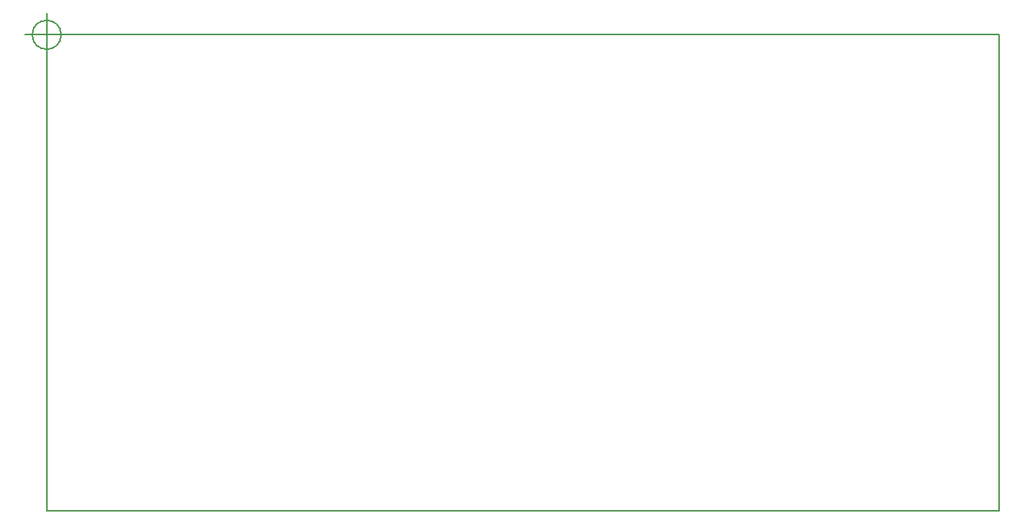
<source format=gbr>
%TF.GenerationSoftware,KiCad,Pcbnew,(5.0.0-rc2-dev-433-g81843c37a)*%
%TF.CreationDate,2018-08-17T12:44:53+02:00*%
%TF.ProjectId,phloppy_0,70686C6F7070795F302E6B696361645F,rev?*%
%TF.SameCoordinates,Original*%
%TF.FileFunction,Profile,NP*%
%FSLAX46Y46*%
G04 Gerber Fmt 4.6, Leading zero omitted, Abs format (unit mm)*
G04 Created by KiCad (PCBNEW (5.0.0-rc2-dev-433-g81843c37a)) date Fri Aug 17 12:44:53 2018*
%MOMM*%
%LPD*%
G01*
G04 APERTURE LIST*
%ADD10C,0.150000*%
G04 APERTURE END LIST*
D10*
X130000000Y-20000000D02*
X20000000Y-20000000D01*
X130000000Y-75000000D02*
X130000000Y-20000000D01*
X20000000Y-75000000D02*
X130000000Y-75000000D01*
X20000000Y-20000000D02*
X20000000Y-75000000D01*
X21666666Y-20000000D02*
G75*
G03X21666666Y-20000000I-1666666J0D01*
G01*
X17500000Y-20000000D02*
X22500000Y-20000000D01*
X20000000Y-17500000D02*
X20000000Y-22500000D01*
M02*

</source>
